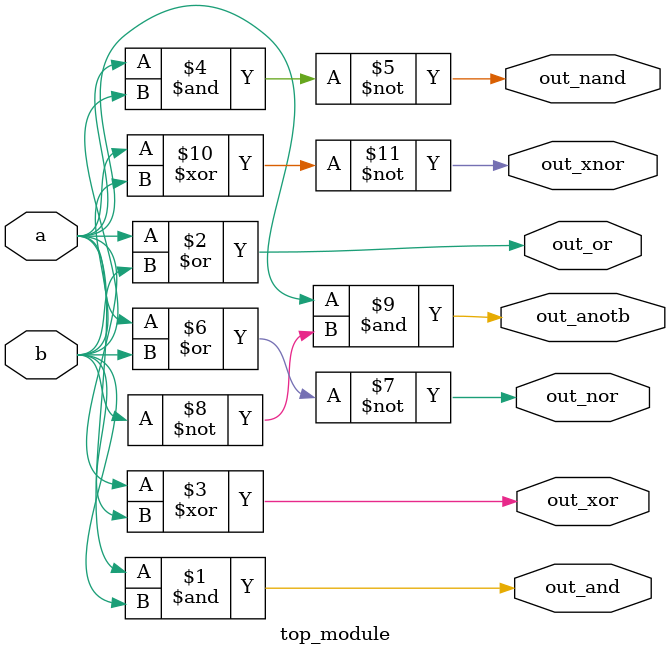
<source format=v>

module top_module( 
    input a, b,
    output out_and,
    output out_or,
    output out_xor,
    output out_nand,
    output out_nor,
    output out_xnor,
    output out_anotb
);
    assign out_and = a&b;
    assign out_or = a|b;
    assign out_xor = a^b;
    assign out_nand = ~(a&b);
    assign out_nor = ~(a|b);
    assign out_anotb = a&~b;
    assign out_xnor = ~(a^b);
endmodule


</source>
